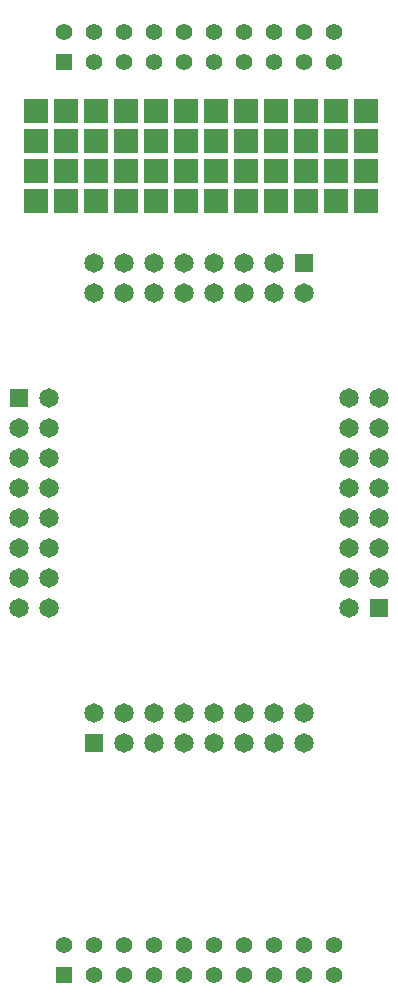
<source format=gbr>
%TF.GenerationSoftware,Altium Limited,Altium Designer,23.4.1 (23)*%
G04 Layer_Color=255*
%FSLAX45Y45*%
%MOMM*%
%TF.SameCoordinates,6CFBE55C-8612-4E24-A10C-01F6C23EBCE3*%
%TF.FilePolarity,Positive*%
%TF.FileFunction,Pads,Bot*%
%TF.Part,Single*%
G01*
G75*
%TA.AperFunction,ComponentPad*%
%ADD16C,1.65000*%
%ADD17R,1.65000X1.65000*%
%ADD18R,1.65000X1.65000*%
%TA.AperFunction,ViaPad*%
%ADD19R,2.00000X2.00000*%
%TA.AperFunction,ComponentPad*%
%ADD20R,1.39000X1.39000*%
%ADD21C,1.39000*%
D16*
X2539000Y2722000D02*
D03*
Y2468000D02*
D03*
X2285000Y2722000D02*
D03*
Y2468000D02*
D03*
X2031000Y2722000D02*
D03*
Y2468000D02*
D03*
X1777000Y2722000D02*
D03*
Y2468000D02*
D03*
X1523000Y2722000D02*
D03*
Y2468000D02*
D03*
X1269000Y2722000D02*
D03*
Y2468000D02*
D03*
X1015000Y2722000D02*
D03*
Y2468000D02*
D03*
X761000Y2722000D02*
D03*
X2919000Y5389000D02*
D03*
X3173000D02*
D03*
X2919000Y5135000D02*
D03*
X3173000D02*
D03*
X2919000Y4881000D02*
D03*
X3173000D02*
D03*
X2919000Y4627000D02*
D03*
X3173000D02*
D03*
X2919000Y4373000D02*
D03*
X3173000D02*
D03*
X2919000Y4119000D02*
D03*
X3173000D02*
D03*
X2919000Y3865000D02*
D03*
X3173000D02*
D03*
X2919000Y3611000D02*
D03*
X761000Y6278000D02*
D03*
Y6532000D02*
D03*
X1015000Y6278000D02*
D03*
Y6532000D02*
D03*
X1269000Y6278000D02*
D03*
Y6532000D02*
D03*
X1523000Y6278000D02*
D03*
Y6532000D02*
D03*
X1777000Y6278000D02*
D03*
Y6532000D02*
D03*
X2031000Y6278000D02*
D03*
Y6532000D02*
D03*
X2285000Y6278000D02*
D03*
Y6532000D02*
D03*
X2539000Y6278000D02*
D03*
X381000Y5389000D02*
D03*
X127000Y5135000D02*
D03*
X381000D02*
D03*
X127000Y4881000D02*
D03*
X381000D02*
D03*
X127000Y4627000D02*
D03*
X381000D02*
D03*
X127000Y4373000D02*
D03*
X381000D02*
D03*
X127000Y4119000D02*
D03*
X381000D02*
D03*
X127000Y3865000D02*
D03*
X381000D02*
D03*
X127000Y3611000D02*
D03*
X381000D02*
D03*
D17*
X761000Y2468000D02*
D03*
X2539000Y6532000D02*
D03*
D18*
X3173000Y3611000D02*
D03*
X127000Y5389000D02*
D03*
D19*
X1028700Y7061200D02*
D03*
X1282700D02*
D03*
X266700Y7315200D02*
D03*
X1028700D02*
D03*
X520700D02*
D03*
X774700D02*
D03*
X520700Y7061200D02*
D03*
X774700D02*
D03*
X1282700Y7315200D02*
D03*
X2044700D02*
D03*
Y7061200D02*
D03*
X1790700D02*
D03*
Y7315200D02*
D03*
X1536700Y7061200D02*
D03*
Y7315200D02*
D03*
X266700Y7061200D02*
D03*
X3060700Y7315200D02*
D03*
X2806700Y7061200D02*
D03*
Y7315200D02*
D03*
X2298700D02*
D03*
Y7061200D02*
D03*
X2552700D02*
D03*
Y7315200D02*
D03*
X2298700Y7823200D02*
D03*
Y7569200D02*
D03*
X2552700D02*
D03*
Y7823200D02*
D03*
X3060700D02*
D03*
Y7569200D02*
D03*
X2806700D02*
D03*
Y7823200D02*
D03*
X1282700D02*
D03*
Y7569200D02*
D03*
X1536700D02*
D03*
Y7823200D02*
D03*
X2044700D02*
D03*
Y7569200D02*
D03*
X1790700D02*
D03*
Y7823200D02*
D03*
X774700D02*
D03*
Y7569200D02*
D03*
X1028700D02*
D03*
Y7823200D02*
D03*
X520700D02*
D03*
Y7569200D02*
D03*
X266700D02*
D03*
Y7823200D02*
D03*
X3060700Y7061200D02*
D03*
D20*
X508000Y508000D02*
D03*
Y8238000D02*
D03*
D21*
Y762000D02*
D03*
X762000Y508000D02*
D03*
Y762000D02*
D03*
X1016000Y508000D02*
D03*
Y762000D02*
D03*
X1270000Y508000D02*
D03*
Y762000D02*
D03*
X1524000Y508000D02*
D03*
Y762000D02*
D03*
X1778000Y508000D02*
D03*
Y762000D02*
D03*
X2032000Y508000D02*
D03*
Y762000D02*
D03*
X2286000Y508000D02*
D03*
Y762000D02*
D03*
X2540000Y508000D02*
D03*
Y762000D02*
D03*
X2794000Y508000D02*
D03*
Y762000D02*
D03*
X508000Y8492000D02*
D03*
X762000Y8238000D02*
D03*
Y8492000D02*
D03*
X1016000Y8238000D02*
D03*
Y8492000D02*
D03*
X1270000Y8238000D02*
D03*
Y8492000D02*
D03*
X1524000Y8238000D02*
D03*
Y8492000D02*
D03*
X1778000Y8238000D02*
D03*
Y8492000D02*
D03*
X2032000Y8238000D02*
D03*
Y8492000D02*
D03*
X2286000Y8238000D02*
D03*
Y8492000D02*
D03*
X2540000Y8238000D02*
D03*
Y8492000D02*
D03*
X2794000Y8238000D02*
D03*
Y8492000D02*
D03*
%TF.MD5,6aac4df46e8ffdc2ed3bf04939e89c18*%
M02*

</source>
